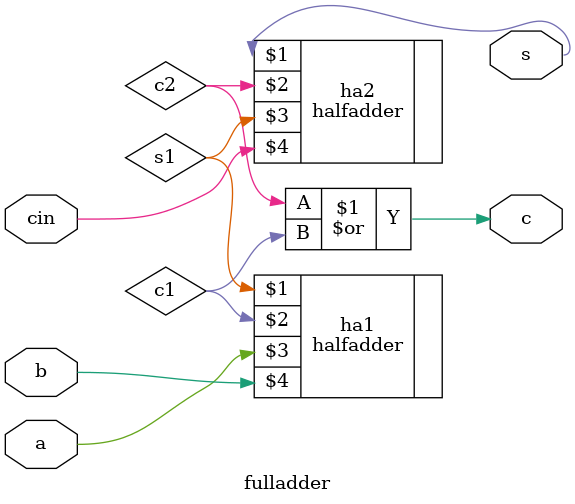
<source format=v>
module fulladder(s,c,a,b,cin);

input a,b,cin;
output s,c;

halfadder ha1(s1,c1,a,b);
halfadder ha2(s,c2,s1,cin);

or or1(c, c2,c1);

endmodule
</source>
